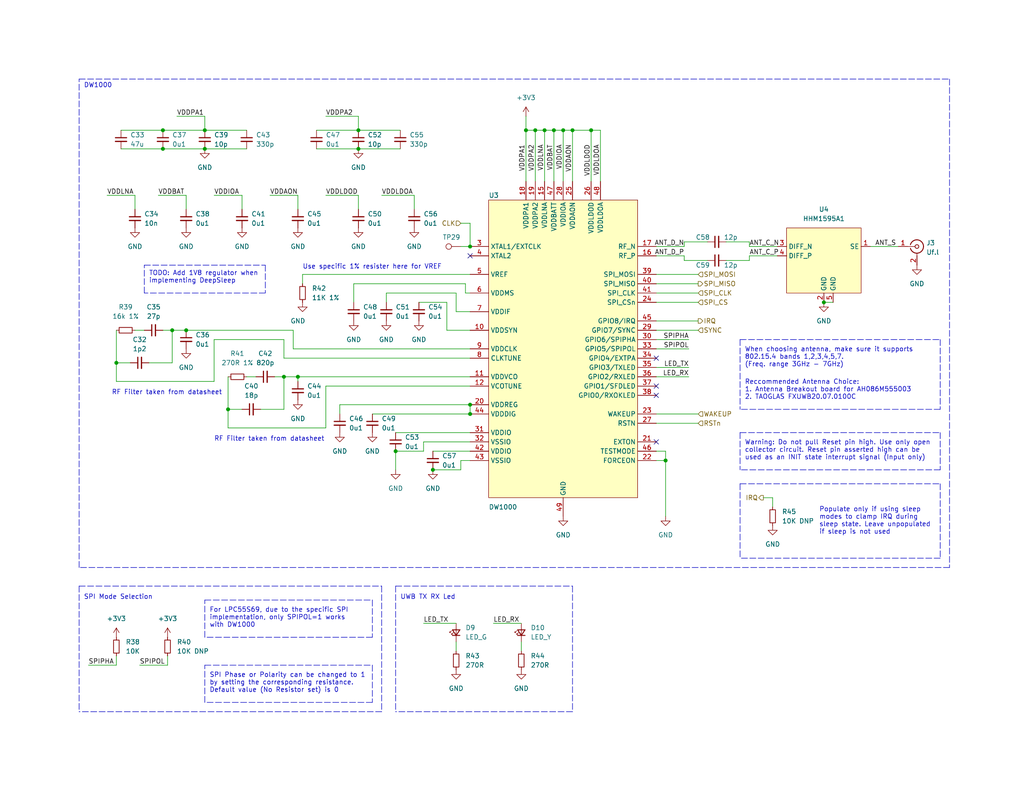
<source format=kicad_sch>
(kicad_sch (version 20231120) (generator "eeschema") (generator_version "8.0")
  (paper "USLetter")
  (title_block (title "ReLoki - UWB Subsystem") (date "2022-11-09") (rev "0.2.0") (company "George Mason University"))
  (lib_symbols
    (symbol "Connector:Conn_Coaxial" (pin_names (offset 1.016) hide)
      (property "Reference" "J" (at 0.254 3.048 0))
      (property "Value" "Conn_Coaxial" (at 2.921 0 90))
      (symbol "Conn_Coaxial_0_1"
        (arc (start -1.778 -0.508) (mid 0.2311 -1.8066) (end 1.778 0) (stroke (width 0.254)))
        (polyline (pts (xy -2.54 0) (xy -0.508 0)))
        (polyline (pts (xy 0 -2.54) (xy 0 -1.778)))
        (circle (center 0 0) (radius 0.508) (stroke (width 0.2032)))
        (arc (start 1.778 0) (mid 0.2099 1.8101) (end -1.778 0.508) (stroke (width 0.254)))
      )
      (symbol "Conn_Coaxial_1_1"
        (pin passive line (at -5.08 0 0) (length 2.54) (name "In") (number "1"))
        (pin passive line (at 0 -5.08 90) (length 2.54) (name "Ext") (number "2"))
      )
    )
    (symbol "Connector:TestPoint" (pin_numbers hide) (pin_names (offset 0.762) hide)
      (property "Reference" "TP" (at 0 6.858 0))
      (property "Value" "TestPoint" (at 0 5.08 0))
      (symbol "TestPoint_0_1"
        (circle (center 0 3.302) (radius 0.762))
      )
      (symbol "TestPoint_1_1"
        (pin passive line (at 0 0 90) (length 2.54) (name "1") (number "1"))
      )
    )
    (symbol "Device:C_Small" (pin_numbers hide) (pin_names (offset 0.254) hide)
      (property "Reference" "C" (at 0.254 1.778 0))
      (property "Value" "C_Small" (at 0.254 -2.032 0))
      (symbol "C_Small_0_1"
        (polyline (pts (xy -1.524 -0.508) (xy 1.524 -0.508)) (stroke (width 0.3302)))
        (polyline (pts (xy -1.524 0.508) (xy 1.524 0.508)) (stroke (width 0.3048)))
      )
      (symbol "C_Small_1_1"
        (pin passive line (at 0 2.54 270) (length 2.032) (name "~") (number "1"))
        (pin passive line (at 0 -2.54 90) (length 2.032) (name "~") (number "2"))
      )
    )
    (symbol "Device:LED_Small" (pin_numbers hide) (pin_names (offset 0.254) hide)
      (property "Reference" "D" (at -1.27 3.175 0))
      (property "Value" "LED_Small" (at -4.445 -2.54 0))
      (symbol "LED_Small_0_1"
        (polyline (pts (xy -0.762 -1.016) (xy -0.762 1.016)) (stroke (width 0.254)))
        (polyline (pts (xy 1.016 0) (xy -0.762 0)))
        (polyline (pts (xy 0.762 -1.016) (xy -0.762 0) (xy 0.762 1.016) (xy 0.762 -1.016)) (stroke (width 0.254)))
        (polyline (pts (xy 0 0.762) (xy -0.508 1.27) (xy -0.254 1.27) (xy -0.508 1.27) (xy -0.508 1.016)))
        (polyline (pts (xy 0.508 1.27) (xy 0 1.778) (xy 0.254 1.778) (xy 0 1.778) (xy 0 1.524)))
      )
      (symbol "LED_Small_1_1"
        (pin passive line (at -2.54 0 0) (length 1.778) (name "K") (number "1"))
        (pin passive line (at 2.54 0 180) (length 1.778) (name "A") (number "2"))
      )
    )
    (symbol "Device:R_Small" (pin_numbers hide) (pin_names (offset 0.254) hide)
      (property "Reference" "R" (at 0.762 0.508 0))
      (property "Value" "R_Small" (at 0.762 -1.016 0))
      (symbol "R_Small_0_1"
        (rectangle (start -0.762 1.778) (end 0.762 -1.778) (stroke (width 0.2032)))
      )
      (symbol "R_Small_1_1"
        (pin passive line (at 0 2.54 270) (length 0.762) (name "~") (number "1"))
        (pin passive line (at 0 -2.54 90) (length 0.762) (name "~") (number "2"))
      )
    )
    (symbol "RF_Module_U:DW1000"
      (property "Reference" "U" (at 0 58.42 0))
      (property "Value" "DW1000" (at 0 55.88 0))
      (symbol "DW1000_0_1"
        (rectangle (start -20.32 40.64) (end 20.32 -40.64) (fill (type background)))
      )
      (symbol "DW1000_1_1"
        (pin no_connect line (at -2.54 -25.4 180) (length 5.08) hide (name "NC") (number "1"))
        (pin input line (at -25.4 5.08 0) (length 5.08) (name "VDDSYN") (number "10"))
        (pin output line (at -25.4 -7.62 0) (length 5.08) (name "VDDVCO") (number "11"))
        (pin input line (at -25.4 -10.16 0) (length 5.08) (name "VCOTUNE") (number "12"))
        (pin no_connect line (at -2.54 -30.48 180) (length 5.08) hide (name "NC") (number "13"))
        (pin no_connect line (at -2.54 -33.02 180) (length 5.08) hide (name "NC") (number "14"))
        (pin power_in line (at -5.08 45.72 270) (length 5.08) (name "VDDLNA") (number "15"))
        (pin bidirectional line (at 25.4 25.4 180) (length 5.08) (name "RF_P") (number "16"))
        (pin bidirectional line (at 25.4 27.94 180) (length 5.08) (name "RF_N") (number "17"))
        (pin power_in line (at -10.16 45.72 270) (length 5.08) (name "VDDPA1") (number "18"))
        (pin power_in line (at -7.62 45.72 270) (length 5.08) (name "VDDPA2") (number "19"))
        (pin no_connect line (at -2.54 -27.94 180) (length 5.08) hide (name "NC") (number "2"))
        (pin output line (at -25.4 -15.24 0) (length 5.08) (name "VDDREG") (number "20"))
        (pin output line (at 25.4 -25.4 180) (length 5.08) (name "EXTON") (number "21"))
        (pin input line (at 25.4 -30.48 180) (length 5.08) (name "FORCEON") (number "22"))
        (pin input line (at 25.4 -17.78 180) (length 5.08) (name "WAKEUP") (number "23"))
        (pin input line (at 25.4 12.7 180) (length 5.08) (name "SPI_CSn") (number "24"))
        (pin power_in line (at 2.54 45.72 270) (length 5.08) (name "VDDAON") (number "25"))
        (pin power_in line (at 7.62 45.72 270) (length 5.08) (name "VDDLDOD") (number "26"))
        (pin input line (at 25.4 -20.32 180) (length 5.08) (name "RSTN") (number "27"))
        (pin power_in line (at 0 45.72 270) (length 5.08) (name "VDDIOA") (number "28"))
        (pin bidirectional line (at 25.4 5.08 180) (length 5.08) (name "GPIO7/SYNC") (number "29"))
        (pin input line (at -25.4 27.94 0) (length 5.08) (name "XTAL1/EXTCLK") (number "3"))
        (pin bidirectional line (at 25.4 2.54 180) (length 5.08) (name "GPIO6/SPIPHA") (number "30"))
        (pin output line (at -25.4 -22.86 0) (length 5.08) (name "VDDIO") (number "31"))
        (pin output line (at -25.4 -25.4 0) (length 5.08) (name "VSSIO") (number "32"))
        (pin bidirectional line (at 25.4 0 180) (length 5.08) (name "GPIO5/SPIPOL") (number "33"))
        (pin bidirectional line (at 25.4 -2.54 180) (length 5.08) (name "GPIO4/EXTPA") (number "34"))
        (pin bidirectional line (at 25.4 -5.08 180) (length 5.08) (name "GPIO3/TXLED") (number "35"))
        (pin bidirectional line (at 25.4 -7.62 180) (length 5.08) (name "GPIO2/RXLED") (number "36"))
        (pin bidirectional line (at 25.4 -10.16 180) (length 5.08) (name "GPIO1/SFDLED") (number "37"))
        (pin bidirectional line (at 25.4 -12.7 180) (length 5.08) (name "GPIO0/RXOKLED") (number "38"))
        (pin input line (at 25.4 20.32 180) (length 5.08) (name "SPI_MOSI") (number "39"))
        (pin input line (at -25.4 25.4 0) (length 5.08) (name "XTAL2") (number "4"))
        (pin output line (at 25.4 17.78 180) (length 5.08) (name "SPI_MISO") (number "40"))
        (pin input line (at 25.4 15.24 180) (length 5.08) (name "SPI_CLK") (number "41"))
        (pin output line (at -25.4 -27.94 0) (length 5.08) (name "VDDIO") (number "42"))
        (pin output line (at -25.4 -30.48 0) (length 5.08) (name "VSSIO") (number "43"))
        (pin output line (at -25.4 -17.78 0) (length 5.08) (name "VDDDIG") (number "44"))
        (pin bidirectional line (at 25.4 7.62 180) (length 5.08) (name "GPIO8/IRQ") (number "45"))
        (pin input line (at 25.4 -27.94 180) (length 5.08) (name "TESTMODE") (number "46"))
        (pin power_in line (at -2.54 45.72 270) (length 5.08) (name "VDDBATT") (number "47"))
        (pin power_in line (at 10.16 45.72 270) (length 5.08) (name "VDDLDOA") (number "48"))
        (pin power_in line (at 0 -45.72 90) (length 5.08) (name "GND") (number "49"))
        (pin input line (at -25.4 20.32 0) (length 5.08) (name "VREF") (number "5"))
        (pin input line (at -25.4 15.24 0) (length 5.08) (name "VDDMS") (number "6"))
        (pin input line (at -25.4 10.16 0) (length 5.08) (name "VDDIF") (number "7"))
        (pin input line (at -25.4 -2.54 0) (length 5.08) (name "CLKTUNE") (number "8"))
        (pin output line (at -25.4 0 0) (length 5.08) (name "VDDCLK") (number "9"))
      )
    )
    (symbol "RF_U:HHM1595A1"
      (property "Reference" "U" (at 0 10.16 0))
      (property "Value" "HHM1595A1" (at 0 7.62 0))
      (symbol "HHM1595A1_0_1"
        (rectangle (start -10.16 5.08) (end 10.16 -12.7) (fill (type background)))
      )
      (symbol "HHM1595A1_1_1"
        (pin bidirectional line (at 12.7 0 180) (length 2.54) (name "SE") (number "1"))
        (pin power_in line (at 0 -15.24 90) (length 2.54) (name "GND") (number "2"))
        (pin bidirectional line (at -12.7 0 0) (length 2.54) (name "DIFF_N") (number "3"))
        (pin input line (at -12.7 -2.54 0) (length 2.54) (name "DIFF_P") (number "4"))
        (pin power_in line (at 2.54 -15.24 90) (length 2.54) (name "GND") (number "5"))
        (pin no_connect line (at 10.16 -2.54 180) (length 2.54) hide (name "NC") (number "6"))
      )
    )
    (symbol "power:+3V3" (power) (pin_names (offset 0))
      (property "Value" "+3V3" (at 0 3.556 0))
      (symbol "+3V3_0_1"
        (polyline (pts (xy -0.762 1.27) (xy 0 2.54)))
        (polyline (pts (xy 0 0) (xy 0 2.54)))
        (polyline (pts (xy 0 2.54) (xy 0.762 1.27)))
      )
      (symbol "+3V3_1_1"
        (pin power_in line (at 0 0 90) (length 0) hide (name "+3V3") (number "1"))
      )
    )
    (symbol "power:GND" (power) (pin_names (offset 0))
      (property "Value" "GND" (at 0 -3.81 0))
      (symbol "GND_0_1"
        (polyline (pts (xy 0 0) (xy 0 -1.27) (xy 1.27 -1.27) (xy 0 -2.54) (xy -1.27 -1.27) (xy 0 -1.27)))
      )
      (symbol "GND_1_1"
        (pin power_in line (at 0 0 270) (length 0) hide (name "GND") (number "1"))
      )
    )
  )
  (junction (at 128.27 67.31))
  (junction (at 81.28 102.87))
  (junction (at 181.61 125.73))
  (junction (at 156.21 35.56))
  (junction (at 44.45 35.56))
  (junction (at 77.47 102.87))
  (junction (at 31.75 99.06))
  (junction (at 107.95 123.19))
  (junction (at 128.27 110.49))
  (junction (at 97.79 35.56))
  (junction (at 143.51 35.56))
  (junction (at 62.23 111.76))
  (junction (at 55.88 40.64))
  (junction (at 128.27 113.03))
  (junction (at 148.59 35.56))
  (junction (at 161.29 35.56))
  (junction (at 153.67 35.56))
  (junction (at 55.88 35.56))
  (junction (at 46.99 90.17))
  (junction (at 97.79 40.64))
  (junction (at 50.8 90.17))
  (junction (at 44.45 40.64))
  (junction (at 151.13 35.56))
  (junction (at 118.11 128.27))
  (junction (at 224.79 82.55))
  (junction (at 146.05 35.56))
  (no_connect (at 179.07 107.95))
  (no_connect (at 179.07 105.41))
  (no_connect (at 179.07 97.79))
  (no_connect (at 179.07 120.65))
  (no_connect (at 128.27 69.85))
  (wire (pts (xy 80.01 90.17) (xy 50.8 90.17)))
  (wire (pts (xy 128.27 105.41) (xy 88.9 105.41)))
  (wire (pts (xy 179.07 80.01) (xy 190.5 80.01)))
  (wire (pts (xy 113.03 53.34) (xy 113.03 57.15)))
  (wire (pts (xy 128.27 125.73) (xy 125.73 125.73)))
  (wire (pts (xy 66.04 53.34) (xy 66.04 57.15)))
  (wire (pts (xy 81.28 53.34) (xy 81.28 57.15)))
  (wire (pts (xy 124.46 175.26) (xy 124.46 177.8)))
  (wire (pts (xy 62.23 111.76) (xy 66.04 111.76)))
  (wire (pts (xy 115.57 120.65) (xy 115.57 123.19)))
  (wire (pts (xy 36.83 53.34) (xy 36.83 57.15)))
  (wire (pts (xy 128.27 97.79) (xy 77.47 97.79)))
  (polyline (pts (xy 201.93 118.11) (xy 256.54 118.11)) (stroke (width 0) (type dash)))
  (wire (pts (xy 58.42 92.71) (xy 58.42 104.14)))
  (wire (pts (xy 86.36 35.56) (xy 97.79 35.56)))
  (wire (pts (xy 118.11 123.19) (xy 128.27 123.19)))
  (wire (pts (xy 55.88 40.64) (xy 67.31 40.64)))
  (polyline (pts (xy 256.54 118.11) (xy 256.54 128.27)) (stroke (width 0) (type dash)))
  (polyline (pts (xy 55.88 163.83) (xy 101.6 163.83)) (stroke (width 0) (type dash)))
  (wire (pts (xy 44.45 40.64) (xy 55.88 40.64)))
  (wire (pts (xy 224.79 82.55) (xy 227.33 82.55)))
  (wire (pts (xy 179.07 92.71) (xy 187.96 92.71)))
  (wire (pts (xy 62.23 102.87) (xy 62.23 111.76)))
  (wire (pts (xy 128.27 120.65) (xy 115.57 120.65)))
  (wire (pts (xy 161.29 35.56) (xy 161.29 49.53)))
  (wire (pts (xy 77.47 92.71) (xy 58.42 92.71)))
  (wire (pts (xy 128.27 74.93) (xy 82.55 74.93)))
  (wire (pts (xy 190.5 90.17) (xy 179.07 90.17)))
  (polyline (pts (xy 256.54 111.76) (xy 201.93 111.76)) (stroke (width 0) (type dash)))
  (polyline (pts (xy 55.88 191.77) (xy 55.88 181.61)) (stroke (width 0) (type dash)))
  (wire (pts (xy 179.07 77.47) (xy 190.5 77.47)))
  (wire (pts (xy 181.61 123.19) (xy 181.61 125.73)))
  (wire (pts (xy 179.07 125.73) (xy 181.61 125.73)))
  (wire (pts (xy 115.57 123.19) (xy 107.95 123.19)))
  (polyline (pts (xy 201.93 118.11) (xy 201.93 128.27)) (stroke (width 0) (type dash)))
  (wire (pts (xy 96.52 77.47) (xy 127 77.47)))
  (polyline (pts (xy 256.54 128.27) (xy 201.93 128.27)) (stroke (width 0) (type dash)))
  (wire (pts (xy 186.69 71.12) (xy 193.04 71.12)))
  (wire (pts (xy 204.47 67.31) (xy 212.09 67.31)))
  (wire (pts (xy 125.73 67.31) (xy 128.27 67.31)))
  (wire (pts (xy 58.42 53.34) (xy 66.04 53.34)))
  (wire (pts (xy 125.73 125.73) (xy 125.73 128.27)))
  (wire (pts (xy 33.02 35.56) (xy 44.45 35.56)))
  (wire (pts (xy 186.69 69.85) (xy 186.69 71.12)))
  (wire (pts (xy 128.27 110.49) (xy 128.27 113.03)))
  (wire (pts (xy 86.36 40.64) (xy 97.79 40.64)))
  (wire (pts (xy 92.71 110.49) (xy 92.71 113.03)))
  (wire (pts (xy 24.13 181.61) (xy 31.75 181.61)))
  (wire (pts (xy 105.41 80.01) (xy 124.46 80.01)))
  (wire (pts (xy 77.47 111.76) (xy 77.47 102.87)))
  (wire (pts (xy 128.27 85.09) (xy 124.46 85.09)))
  (wire (pts (xy 33.02 40.64) (xy 44.45 40.64)))
  (wire (pts (xy 73.66 53.34) (xy 81.28 53.34)))
  (wire (pts (xy 36.83 90.17) (xy 39.37 90.17)))
  (polyline (pts (xy 21.59 160.02) (xy 21.59 194.31)) (stroke (width 0) (type dash)))
  (wire (pts (xy 50.8 53.34) (xy 50.8 57.15)))
  (polyline (pts (xy 72.39 72.39) (xy 72.39 80.01)) (stroke (width 0) (type dash)))
  (wire (pts (xy 67.31 102.87) (xy 69.85 102.87)))
  (wire (pts (xy 43.18 53.34) (xy 50.8 53.34)))
  (wire (pts (xy 186.69 67.31) (xy 186.69 66.04)))
  (wire (pts (xy 146.05 35.56) (xy 143.51 35.56)))
  (wire (pts (xy 153.67 35.56) (xy 151.13 35.56)))
  (wire (pts (xy 81.28 102.87) (xy 128.27 102.87)))
  (polyline (pts (xy 101.6 163.83) (xy 101.6 173.99)) (stroke (width 0) (type dash)))
  (wire (pts (xy 198.12 71.12) (xy 204.47 71.12)))
  (wire (pts (xy 163.83 35.56) (xy 163.83 49.53)))
  (wire (pts (xy 179.07 82.55) (xy 190.5 82.55)))
  (wire (pts (xy 128.27 90.17) (xy 121.92 90.17)))
  (wire (pts (xy 148.59 49.53) (xy 148.59 35.56)))
  (wire (pts (xy 81.28 102.87) (xy 81.28 104.14)))
  (wire (pts (xy 245.11 67.31) (xy 237.49 67.31)))
  (wire (pts (xy 181.61 125.73) (xy 181.61 140.97)))
  (wire (pts (xy 45.72 181.61) (xy 45.72 179.07)))
  (wire (pts (xy 44.45 90.17) (xy 46.99 90.17)))
  (polyline (pts (xy 39.37 72.39) (xy 72.39 72.39)) (stroke (width 0) (type dash)))
  (wire (pts (xy 88.9 31.75) (xy 97.79 31.75)))
  (polyline (pts (xy 201.93 92.71) (xy 256.54 92.71)) (stroke (width 0) (type dash)))
  (wire (pts (xy 58.42 104.14) (xy 31.75 104.14)))
  (wire (pts (xy 46.99 99.06) (xy 46.99 90.17)))
  (wire (pts (xy 128.27 110.49) (xy 92.71 110.49)))
  (polyline (pts (xy 259.08 154.94) (xy 21.59 154.94)) (stroke (width 0) (type dash)))
  (wire (pts (xy 97.79 31.75) (xy 97.79 35.56)))
  (polyline (pts (xy 101.6 181.61) (xy 101.6 191.77)) (stroke (width 0) (type dash)))
  (wire (pts (xy 179.07 100.33) (xy 187.96 100.33)))
  (wire (pts (xy 143.51 31.75) (xy 143.51 35.56)))
  (polyline (pts (xy 259.08 21.59) (xy 259.08 154.94)) (stroke (width 0) (type dash)))
  (polyline (pts (xy 21.59 160.02) (xy 104.14 160.02)) (stroke (width 0) (type dash)))
  (wire (pts (xy 77.47 97.79) (xy 77.47 92.71)))
  (polyline (pts (xy 201.93 132.08) (xy 201.93 152.4)) (stroke (width 0) (type dash)))
  (wire (pts (xy 31.75 181.61) (xy 31.75 179.07)))
  (wire (pts (xy 124.46 80.01) (xy 124.46 85.09)))
  (wire (pts (xy 156.21 35.56) (xy 161.29 35.56)))
  (polyline (pts (xy 55.88 181.61) (xy 101.6 181.61)) (stroke (width 0) (type dash)))
  (wire (pts (xy 62.23 116.84) (xy 62.23 111.76)))
  (wire (pts (xy 74.93 102.87) (xy 77.47 102.87)))
  (wire (pts (xy 104.14 53.34) (xy 113.03 53.34)))
  (polyline (pts (xy 101.6 173.99) (xy 55.88 173.99)) (stroke (width 0) (type dash)))
  (polyline (pts (xy 107.95 160.02) (xy 107.95 194.31)) (stroke (width 0) (type dash)))
  (polyline (pts (xy 156.21 160.02) (xy 156.21 194.31)) (stroke (width 0) (type dash)))
  (wire (pts (xy 88.9 105.41) (xy 88.9 116.84)))
  (wire (pts (xy 107.95 123.19) (xy 107.95 128.27)))
  (wire (pts (xy 121.92 90.17) (xy 121.92 82.55)))
  (wire (pts (xy 198.12 66.04) (xy 204.47 66.04)))
  (polyline (pts (xy 256.54 132.08) (xy 256.54 152.4)) (stroke (width 0) (type dash)))
  (wire (pts (xy 179.07 67.31) (xy 186.69 67.31)))
  (wire (pts (xy 105.41 80.01) (xy 105.41 82.55)))
  (wire (pts (xy 179.07 123.19) (xy 181.61 123.19)))
  (wire (pts (xy 31.75 104.14) (xy 31.75 99.06)))
  (polyline (pts (xy 201.93 132.08) (xy 256.54 132.08)) (stroke (width 0) (type dash)))
  (wire (pts (xy 38.1 181.61) (xy 45.72 181.61)))
  (wire (pts (xy 179.07 69.85) (xy 186.69 69.85)))
  (wire (pts (xy 179.07 113.03) (xy 190.5 113.03)))
  (polyline (pts (xy 55.88 173.99) (xy 55.88 163.83)) (stroke (width 0) (type dash)))
  (wire (pts (xy 156.21 35.56) (xy 153.67 35.56)))
  (polyline (pts (xy 156.21 194.31) (xy 107.95 194.31)) (stroke (width 0) (type dash)))
  (polyline (pts (xy 39.37 80.01) (xy 39.37 72.39)) (stroke (width 0) (type dash)))
  (polyline (pts (xy 256.54 152.4) (xy 201.93 152.4)) (stroke (width 0) (type dash)))
  (wire (pts (xy 121.92 82.55) (xy 114.3 82.55)))
  (wire (pts (xy 208.28 135.89) (xy 210.82 135.89)))
  (wire (pts (xy 71.12 111.76) (xy 77.47 111.76)))
  (polyline (pts (xy 104.14 160.02) (xy 104.14 194.31)) (stroke (width 0) (type dash)))
  (polyline (pts (xy 21.59 21.59) (xy 259.08 21.59)) (stroke (width 0) (type dash)))
  (wire (pts (xy 127 77.47) (xy 127 80.01)))
  (polyline (pts (xy 21.59 154.94) (xy 21.59 21.59)) (stroke (width 0) (type dash)))
  (wire (pts (xy 151.13 35.56) (xy 148.59 35.56)))
  (wire (pts (xy 125.73 60.96) (xy 128.27 60.96)))
  (wire (pts (xy 29.21 53.34) (xy 36.83 53.34)))
  (wire (pts (xy 179.07 74.93) (xy 190.5 74.93)))
  (polyline (pts (xy 107.95 160.02) (xy 156.21 160.02)) (stroke (width 0) (type dash)))
  (polyline (pts (xy 256.54 92.71) (xy 256.54 111.76)) (stroke (width 0) (type dash)))
  (wire (pts (xy 143.51 35.56) (xy 143.51 49.53)))
  (wire (pts (xy 55.88 31.75) (xy 55.88 35.56)))
  (wire (pts (xy 151.13 49.53) (xy 151.13 35.56)))
  (wire (pts (xy 210.82 135.89) (xy 210.82 138.43)))
  (wire (pts (xy 82.55 74.93) (xy 82.55 77.47)))
  (wire (pts (xy 48.26 31.75) (xy 55.88 31.75)))
  (wire (pts (xy 190.5 87.63) (xy 179.07 87.63)))
  (wire (pts (xy 161.29 35.56) (xy 163.83 35.56)))
  (polyline (pts (xy 104.14 194.31) (xy 21.59 194.31)) (stroke (width 0) (type dash)))
  (wire (pts (xy 179.07 102.87) (xy 187.96 102.87)))
  (wire (pts (xy 153.67 49.53) (xy 153.67 35.56)))
  (wire (pts (xy 127 80.01) (xy 128.27 80.01)))
  (wire (pts (xy 142.24 175.26) (xy 142.24 177.8)))
  (wire (pts (xy 125.73 128.27) (xy 118.11 128.27)))
  (wire (pts (xy 204.47 69.85) (xy 212.09 69.85)))
  (wire (pts (xy 128.27 60.96) (xy 128.27 67.31)))
  (polyline (pts (xy 72.39 80.01) (xy 39.37 80.01)) (stroke (width 0) (type dash)))
  (wire (pts (xy 40.64 99.06) (xy 46.99 99.06)))
  (polyline (pts (xy 101.6 191.77) (xy 55.88 191.77)) (stroke (width 0) (type dash)))
  (wire (pts (xy 156.21 49.53) (xy 156.21 35.56)))
  (wire (pts (xy 148.59 35.56) (xy 146.05 35.56)))
  (wire (pts (xy 44.45 35.56) (xy 55.88 35.56)))
  (wire (pts (xy 179.07 115.57) (xy 190.5 115.57)))
  (wire (pts (xy 146.05 49.53) (xy 146.05 35.56)))
  (wire (pts (xy 96.52 77.47) (xy 96.52 82.55)))
  (wire (pts (xy 88.9 116.84) (xy 62.23 116.84)))
  (wire (pts (xy 128.27 95.25) (xy 80.01 95.25)))
  (wire (pts (xy 204.47 71.12) (xy 204.47 69.85)))
  (wire (pts (xy 115.57 170.18) (xy 124.46 170.18)))
  (wire (pts (xy 31.75 99.06) (xy 35.56 99.06)))
  (wire (pts (xy 97.79 35.56) (xy 109.22 35.56)))
  (polyline (pts (xy 201.93 92.71) (xy 201.93 111.76)) (stroke (width 0) (type dash)))
  (wire (pts (xy 55.88 35.56) (xy 67.31 35.56)))
  (wire (pts (xy 77.47 102.87) (xy 81.28 102.87)))
  (wire (pts (xy 80.01 95.25) (xy 80.01 90.17)))
  (wire (pts (xy 88.9 53.34) (xy 97.79 53.34)))
  (wire (pts (xy 97.79 53.34) (xy 97.79 57.15)))
  (wire (pts (xy 31.75 90.17) (xy 31.75 99.06)))
  (wire (pts (xy 101.6 113.03) (xy 128.27 113.03)))
  (wire (pts (xy 186.69 66.04) (xy 193.04 66.04)))
  (wire (pts (xy 179.07 95.25) (xy 187.96 95.25)))
  (wire (pts (xy 204.47 66.04) (xy 204.47 67.31)))
  (wire (pts (xy 134.62 170.18) (xy 142.24 170.18)))
  (wire (pts (xy 97.79 40.64) (xy 109.22 40.64)))
  (wire (pts (xy 107.95 118.11) (xy 128.27 118.11)))
  (wire (pts (xy 50.8 90.17) (xy 46.99 90.17)))
  (text "Use specific 1% resister here for VREF" (at 82.55 73.66 0) (effects (font (size 1.27 1.27)) (justify left bottom)))
  (text "RF Filter taken from datasheet" (at 30.48 107.95 0) (effects (font (size 1.27 1.27)) (justify left bottom)))
  (text "DW1000" (at 22.86 24.13 0) (effects (font (size 1.27 1.27)) (justify left bottom)))
  (text "RF Filter taken from datasheet" (at 58.42 120.65 0) (effects (font (size 1.27 1.27)) (justify left bottom)))
  (text "When choosing antenna, make sure it supports \n802.15.4 bands 1,2,3,4,5,7. \n(Freq. range 3GHz - 7GHz)" (at 203.2 100.33 0) (effects (font (size 1.27 1.27)) (justify left bottom)))
  (text "UWB TX RX Led" (at 109.22 163.83 0) (effects (font (size 1.27 1.27)) (justify left bottom)))
  (text "Reccommended Antenna Choice:\n1. Antenna Breakout board for AH086M555003\n2. TAOGLAS FXUWB20.07.0100C" (at 203.2 109.22 0) (effects (font (size 1.27 1.27)) (justify left bottom)))
  (text "SPI Phase or Polarity can be changed to 1 \nby setting the corresponding resistance.\nDefault value (No Resistor set) is 0" (at 57.15 189.23 0) (effects (font (size 1.27 1.27)) (justify left bottom)))
  (text "Populate only if using sleep \nmodes to clamp IRQ during \nsleep state. Leave unpopulated \nif sleep is not used" (at 223.52 146.05 0) (effects (font (size 1.27 1.27)) (justify left bottom)))
  (text "SPI Mode Selection" (at 22.86 163.83 0) (effects (font (size 1.27 1.27)) (justify left bottom)))
  (text "For LPC55S69, due to the specific SPI\nimplementation, only SPIPOL=1 works \nwith DW1000" (at 57.15 171.45 0) (effects (font (size 1.27 1.27)) (justify left bottom)))
  (text "Warning: Do not pull Reset pin high. Use only open \ncollector circuit. Reset pin asserted high can be \nused as an INIT state interrupt signal (Input only)" (at 203.2 125.73 0) (effects (font (size 1.27 1.27)) (justify left bottom)))
  (text "TODO: Add 1V8 regulator when \nimplementing DeepSleep" (at 40.64 77.47 0) (effects (font (size 1.27 1.27)) (justify left bottom)))
  (label "SPIPHA" (at 187.96 92.71 180))
  (label "ANT_D_P" (at 186.69 69.85 180))
  (label "SPIPOL" (at 187.96 95.25 180))
  (label "VDDLDOD" (at 161.29 39.37 270))
  (label "VDDLDOD" (at 88.9 53.34 0))
  (label "ANT_C_N" (at 204.47 67.31 0))
  (label "VDDIOA" (at 153.67 39.37 270))
  (label "LED_TX" (at 187.96 100.33 180))
  (label "LED_RX" (at 134.62 170.18 0))
  (label "VDDIOA" (at 58.42 53.34 0))
  (label "ANT_C_P" (at 204.47 69.85 0))
  (label "VDDBAT" (at 43.18 53.34 0))
  (label "VDDLNA" (at 148.59 39.37 270))
  (label "LED_RX" (at 187.96 102.87 180))
  (label "VDDPA1" (at 143.51 39.37 270))
  (label "VDDAON" (at 73.66 53.34 0))
  (label "VDDLDOA" (at 104.14 53.34 0))
  (label "VDDLDOA" (at 163.83 39.37 270))
  (label "SPIPHA" (at 24.13 181.61 0))
  (label "VDDLNA" (at 29.21 53.34 0))
  (label "VDDBAT" (at 151.13 39.37 270))
  (label "VDDPA1" (at 48.26 31.75 0))
  (label "LED_TX" (at 115.57 170.18 0))
  (label "VDDPA2" (at 88.9 31.75 0))
  (label "ANT_D_N" (at 186.69 67.31 180))
  (label "VDDAON" (at 156.21 39.37 270))
  (label "VDDPA2" (at 146.05 39.37 270))
  (label "ANT_S" (at 238.76 67.31 0))
  (label "SPIPOL" (at 38.1 181.61 0))
  (hierarchical_label "SPI_CS" (shape input) (at 190.5 82.55 0))
  (hierarchical_label "IRQ" (shape output) (at 190.5 87.63 0))
  (hierarchical_label "SPI_MISO" (shape output) (at 190.5 77.47 0))
  (hierarchical_label "SPI_MOSI" (shape input) (at 190.5 74.93 0))
  (hierarchical_label "WAKEUP" (shape input) (at 190.5 113.03 0))
  (hierarchical_label "RSTn" (shape input) (at 190.5 115.57 0))
  (hierarchical_label "CLK" (shape input) (at 125.73 60.96 180))
  (hierarchical_label "SYNC" (shape input) (at 190.5 90.17 0))
  (hierarchical_label "IRQ" (shape output) (at 208.28 135.89 180))
  (hierarchical_label "SPI_CLK" (shape input) (at 190.5 80.01 0))
  (symbol (lib_id "Device:R_Small") (at 142.24 180.34 0) (unit 1)
    (property "Reference" "R44" (at 144.78 179.0699 0) (effects (justify left)))
    (property "Value" "270R" (at 144.78 181.6099 0) (effects (justify left)))
    (property "Footprint" "Resistor_SMD:R_0402_1005Metric" (effects (hide yes)))
    (instances (project "ReLoki_ECAD" (path "" (reference "R44") (unit 1)) (path "" (reference "R52") (unit 1)) (path "" (reference "R60") (unit 1)) (path "" (reference "R68") (unit 1))))
  )
  (symbol (lib_id "power:GND") (at 55.88 40.64 0) (unit 1)
    (property "Reference" "#PWR057" (effects (hide yes)))
    (property "Value" "GND" (at 55.88 45.72 0))
    (instances (project "ReLoki_ECAD" (path "" (reference "#PWR057") (unit 1)) (path "" (reference "#PWR085") (unit 1)) (path "" (reference "#PWR0113") (unit 1)) (path "" (reference "#PWR0141") (unit 1))))
  )
  (symbol (lib_id "Device:R_Small") (at 210.82 140.97 0) (unit 1)
    (property "Reference" "R45" (at 213.36 139.6999 0) (effects (justify left)))
    (property "Value" "10K DNP" (at 213.36 142.2399 0) (effects (justify left)))
    (property "Footprint" "Resistor_SMD:R_0402_1005Metric" (effects (hide yes)))
    (instances (project "ReLoki_ECAD" (path "" (reference "R45") (unit 1)) (path "" (reference "R53") (unit 1)) (path "" (reference "R61") (unit 1)) (path "" (reference "R69") (unit 1))))
  )
  (symbol (lib_id "power:GND") (at 50.8 95.25 0) (unit 1)
    (property "Reference" "#PWR055" (effects (hide yes)))
    (property "Value" "GND" (at 50.8 100.33 0))
    (instances (project "ReLoki_ECAD" (path "" (reference "#PWR055") (unit 1)) (path "" (reference "#PWR083") (unit 1)) (path "" (reference "#PWR0111") (unit 1)) (path "" (reference "#PWR0139") (unit 1))))
  )
  (symbol (lib_id "power:GND") (at 210.82 143.51 0) (unit 1)
    (property "Reference" "#PWR077" (effects (hide yes)))
    (property "Value" "GND" (at 210.82 148.59 0))
    (instances (project "ReLoki_ECAD" (path "" (reference "#PWR077") (unit 1)) (path "" (reference "#PWR0105") (unit 1)) (path "" (reference "#PWR0133") (unit 1)) (path "" (reference "#PWR0161") (unit 1))))
  )
  (symbol (lib_id "Device:C_Small") (at 107.95 120.65 0) (unit 1)
    (property "Reference" "C53" (at 110.49 119.3862 0) (effects (justify left)))
    (property "Value" "0u1" (at 110.49 121.9262 0) (effects (justify left)))
    (property "Footprint" "Capacitor_SMD:C_0402_1005Metric" (effects (hide yes)))
    (instances (project "ReLoki_ECAD" (path "" (reference "C53") (unit 1)) (path "" (reference "C81") (unit 1)) (path "" (reference "C109") (unit 1)) (path "" (reference "C137") (unit 1))))
  )
  (symbol (lib_id "Device:R_Small") (at 31.75 176.53 0) (unit 1)
    (property "Reference" "R38" (at 34.29 175.2599 0) (effects (justify left)))
    (property "Value" "10K" (at 34.29 177.7999 0) (effects (justify left)))
    (property "Footprint" "Resistor_SMD:R_0402_1005Metric" (effects (hide yes)))
    (instances (project "ReLoki_ECAD" (path "" (reference "R38") (unit 1)) (path "" (reference "R46") (unit 1)) (path "" (reference "R54") (unit 1)) (path "" (reference "R62") (unit 1))))
  )
  (symbol (lib_id "power:GND") (at 82.55 82.55 0) (unit 1)
    (property "Reference" "#PWR060" (effects (hide yes)))
    (property "Value" "GND" (at 81.28 87.63 0))
    (instances (project "ReLoki_ECAD" (path "" (reference "#PWR060") (unit 1)) (path "" (reference "#PWR088") (unit 1)) (path "" (reference "#PWR0116") (unit 1)) (path "" (reference "#PWR0144") (unit 1))))
  )
  (symbol (lib_id "power:GND") (at 153.67 140.97 0) (unit 1)
    (property "Reference" "#PWR075" (effects (hide yes)))
    (property "Value" "GND" (at 153.67 146.05 0))
    (instances (project "ReLoki_ECAD" (path "" (reference "#PWR075") (unit 1)) (path "" (reference "#PWR0103") (unit 1)) (path "" (reference "#PWR0131") (unit 1)) (path "" (reference "#PWR0159") (unit 1))))
  )
  (symbol (lib_id "Device:R_Small") (at 82.55 80.01 0) (unit 1)
    (property "Reference" "R42" (at 85.09 78.7399 0) (effects (justify left)))
    (property "Value" "11K 1%" (at 85.09 81.2799 0) (effects (justify left)))
    (property "Footprint" "Resistor_SMD:R_0402_1005Metric" (effects (hide yes)))
    (instances (project "ReLoki_ECAD" (path "" (reference "R42") (unit 1)) (path "" (reference "R50") (unit 1)) (path "" (reference "R58") (unit 1)) (path "" (reference "R66") (unit 1))))
  )
  (symbol (lib_id "Device:LED_Small") (at 142.24 172.72 90) (unit 1)
    (property "Reference" "D10" (at 144.78 171.3864 90) (effects (justify right)))
    (property "Value" "LED_Y" (at 144.78 173.9264 90) (effects (justify right)))
    (property "Footprint" "LED_SMD:LED_0603_1608Metric" (effects (hide yes)))
    (instances (project "ReLoki_ECAD" (path "" (reference "D10") (unit 1)) (path "" (reference "D12") (unit 1)) (path "" (reference "D14") (unit 1)) (path "" (reference "D16") (unit 1))))
  )
  (symbol (lib_id "power:GND") (at 50.8 62.23 0) (unit 1)
    (property "Reference" "#PWR056" (effects (hide yes)))
    (property "Value" "GND" (at 50.8 67.31 0))
    (instances (project "ReLoki_ECAD" (path "" (reference "#PWR056") (unit 1)) (path "" (reference "#PWR084") (unit 1)) (path "" (reference "#PWR0112") (unit 1)) (path "" (reference "#PWR0140") (unit 1))))
  )
  (symbol (lib_id "power:+3V3") (at 31.75 173.99 0) (unit 1)
    (property "Reference" "#PWR052" (effects (hide yes)))
    (property "Value" "+3V3" (at 31.75 168.91 0))
    (instances (project "ReLoki_ECAD" (path "" (reference "#PWR052") (unit 1)) (path "" (reference "#PWR080") (unit 1)) (path "" (reference "#PWR0108") (unit 1)) (path "" (reference "#PWR0136") (unit 1))))
  )
  (symbol (lib_id "Device:C_Small") (at 195.58 66.04 90) (unit 1)
    (property "Reference" "C58" (at 191.77 64.77 90))
    (property "Value" "12p" (at 199.39 64.77 90))
    (property "Footprint" "Capacitor_SMD:C_0402_1005Metric" (effects (hide yes)))
    (instances (project "ReLoki_ECAD" (path "" (reference "C58") (unit 1)) (path "" (reference "C86") (unit 1)) (path "" (reference "C114") (unit 1)) (path "" (reference "C142") (unit 1))))
  )
  (symbol (lib_id "Connector:Conn_Coaxial") (at 250.19 67.31 0) (unit 1)
    (property "Reference" "J3" (at 252.73 66.3331 0) (effects (justify left)))
    (property "Value" "Uf.l" (at 252.73 68.8731 0) (effects (justify left)))
    (property "Footprint" "Connector_Coaxial:U.FL_Hirose_U.FL-R-SMT-1_Vertical" (effects (hide yes)))
    (property "Datasheet" " ~" (effects (hide yes)))
    (instances (project "ReLoki_ECAD" (path "" (reference "J3") (unit 1)) (path "" (reference "J4") (unit 1)) (path "" (reference "J5") (unit 1)) (path "" (reference "J6") (unit 1))))
  )
  (symbol (lib_id "power:GND") (at 92.71 118.11 0) (unit 1)
    (property "Reference" "#PWR062" (effects (hide yes)))
    (property "Value" "GND" (at 92.71 123.19 0))
    (instances (project "ReLoki_ECAD" (path "" (reference "#PWR062") (unit 1)) (path "" (reference "#PWR090") (unit 1)) (path "" (reference "#PWR0118") (unit 1)) (path "" (reference "#PWR0146") (unit 1))))
  )
  (symbol (lib_id "Device:C_Small") (at 114.3 85.09 0) (unit 1)
    (property "Reference" "C54" (at 116.84 83.8262 0) (effects (justify left)))
    (property "Value" "0u1" (at 116.84 86.3662 0) (effects (justify left)))
    (property "Footprint" "Capacitor_SMD:C_0402_1005Metric" (effects (hide yes)))
    (instances (project "ReLoki_ECAD" (path "" (reference "C54") (unit 1)) (path "" (reference "C82") (unit 1)) (path "" (reference "C110") (unit 1)) (path "" (reference "C138") (unit 1))))
  )
  (symbol (lib_id "power:GND") (at 124.46 182.88 0) (unit 1)
    (property "Reference" "#PWR072" (effects (hide yes)))
    (property "Value" "GND" (at 124.46 187.96 0))
    (instances (project "ReLoki_ECAD" (path "" (reference "#PWR072") (unit 1)) (path "" (reference "#PWR0100") (unit 1)) (path "" (reference "#PWR0128") (unit 1)) (path "" (reference "#PWR0156") (unit 1))))
  )
  (symbol (lib_id "Device:LED_Small") (at 124.46 172.72 90) (unit 1)
    (property "Reference" "D9" (at 127 171.3864 90) (effects (justify right)))
    (property "Value" "LED_G" (at 127 173.9264 90) (effects (justify right)))
    (property "Footprint" "LED_SMD:LED_0603_1608Metric" (effects (hide yes)))
    (instances (project "ReLoki_ECAD" (path "" (reference "D9") (unit 1)) (path "" (reference "D11") (unit 1)) (path "" (reference "D13") (unit 1)) (path "" (reference "D15") (unit 1))))
  )
  (symbol (lib_id "Device:C_Small") (at 50.8 92.71 0) (unit 1)
    (property "Reference" "C36" (at 53.34 91.4462 0) (effects (justify left)))
    (property "Value" "0u1" (at 53.34 93.9862 0) (effects (justify left)))
    (property "Footprint" "Capacitor_SMD:C_0402_1005Metric" (effects (hide yes)))
    (instances (project "ReLoki_ECAD" (path "" (reference "C36") (unit 1)) (path "" (reference "C64") (unit 1)) (path "" (reference "C92") (unit 1)) (path "" (reference "C120") (unit 1))))
  )
  (symbol (lib_id "Device:C_Small") (at 92.71 115.57 0) (mirror y) (unit 1)
    (property "Reference" "C46" (at 95.25 114.3062 0) (effects (justify right)))
    (property "Value" "0u1" (at 95.25 116.8462 0) (effects (justify right)))
    (property "Footprint" "Capacitor_SMD:C_0402_1005Metric" (effects (hide yes)))
    (instances (project "ReLoki_ECAD" (path "" (reference "C46") (unit 1)) (path "" (reference "C74") (unit 1)) (path "" (reference "C102") (unit 1)) (path "" (reference "C130") (unit 1))))
  )
  (symbol (lib_id "Device:C_Small") (at 101.6 115.57 0) (mirror y) (unit 1)
    (property "Reference" "C49" (at 104.14 114.3062 0) (effects (justify right)))
    (property "Value" "0u1" (at 104.14 116.8462 0) (effects (justify right)))
    (property "Footprint" "Capacitor_SMD:C_0402_1005Metric" (effects (hide yes)))
    (instances (project "ReLoki_ECAD" (path "" (reference "C49") (unit 1)) (path "" (reference "C77") (unit 1)) (path "" (reference "C105") (unit 1)) (path "" (reference "C133") (unit 1))))
  )
  (symbol (lib_id "Device:R_Small") (at 34.29 90.17 90) (unit 1)
    (property "Reference" "R39" (at 34.29 83.82 90))
    (property "Value" "16k 1%" (at 34.29 86.36 90))
    (property "Footprint" "Resistor_SMD:R_0402_1005Metric" (effects (hide yes)))
    (instances (project "ReLoki_ECAD" (path "" (reference "R39") (unit 1)) (path "" (reference "R47") (unit 1)) (path "" (reference "R55") (unit 1)) (path "" (reference "R63") (unit 1))))
  )
  (symbol (lib_id "RF_Module_U:DW1000") (at 153.67 95.25 0) (unit 1)
    (property "Reference" "U3" (at 133.35 53.34 0) (effects (justify left)))
    (property "Value" "DW1000" (at 133.35 138.43 0) (effects (justify left)))
    (property "Footprint" "Package_DFN_QFN:QFN-48-1EP_6x6mm_P0.4mm_EP4.2x4.2mm_ThermalVias" (effects (hide yes)))
    (property "Datasheet" "https://www.qorvo.com/products/d/da007946" (effects (hide yes)))
    (instances (project "ReLoki_ECAD" (path "" (reference "U3") (unit 1)) (path "" (reference "U5") (unit 1)) (path "" (reference "U7") (unit 1)) (path "" (reference "U9") (unit 1))))
  )
  (symbol (lib_id "Device:C_Small") (at 72.39 102.87 90) (unit 1)
    (property "Reference" "C42" (at 72.3963 96.52 90))
    (property "Value" "820p" (at 72.3963 99.06 90))
    (property "Footprint" "Capacitor_SMD:C_0402_1005Metric" (effects (hide yes)))
    (instances (project "ReLoki_ECAD" (path "" (reference "C42") (unit 1)) (path "" (reference "C70") (unit 1)) (path "" (reference "C98") (unit 1)) (path "" (reference "C126") (unit 1))))
  )
  (symbol (lib_id "Device:C_Small") (at 81.28 106.68 0) (unit 1)
    (property "Reference" "C44" (at 83.82 105.4162 0) (effects (justify left)))
    (property "Value" "0u1" (at 83.82 107.9562 0) (effects (justify left)))
    (property "Footprint" "Capacitor_SMD:C_0402_1005Metric" (effects (hide yes)))
    (instances (project "ReLoki_ECAD" (path "" (reference "C44") (unit 1)) (path "" (reference "C72") (unit 1)) (path "" (reference "C100") (unit 1)) (path "" (reference "C128") (unit 1))))
  )
  (symbol (lib_id "Device:C_Small") (at 68.58 111.76 90) (unit 1)
    (property "Reference" "C40" (at 68.5863 105.41 90))
    (property "Value" "18p" (at 68.5863 107.95 90))
    (property "Footprint" "Capacitor_SMD:C_0402_1005Metric" (effects (hide yes)))
    (instances (project "ReLoki_ECAD" (path "" (reference "C40") (unit 1)) (path "" (reference "C68") (unit 1)) (path "" (reference "C96") (unit 1)) (path "" (reference "C124") (unit 1))))
  )
  (symbol (lib_id "Device:C_Small") (at 81.28 59.69 0) (unit 1)
    (property "Reference" "C45" (at 83.82 58.4262 0) (effects (justify left)))
    (property "Value" "0u1" (at 83.82 60.9662 0) (effects (justify left)))
    (property "Footprint" "Capacitor_SMD:C_0402_1005Metric" (effects (hide yes)))
    (instances (project "ReLoki_ECAD" (path "" (reference "C45") (unit 1)) (path "" (reference "C73") (unit 1)) (path "" (reference "C101") (unit 1)) (path "" (reference "C129") (unit 1))))
  )
  (symbol (lib_id "power:GND") (at 118.11 128.27 0) (unit 1)
    (property "Reference" "#PWR071" (effects (hide yes)))
    (property "Value" "GND" (at 118.11 133.35 0))
    (instances (project "ReLoki_ECAD" (path "" (reference "#PWR071") (unit 1)) (path "" (reference "#PWR099") (unit 1)) (path "" (reference "#PWR0127") (unit 1)) (path "" (reference "#PWR0155") (unit 1))))
  )
  (symbol (lib_id "power:GND") (at 105.41 87.63 0) (unit 1)
    (property "Reference" "#PWR066" (effects (hide yes)))
    (property "Value" "GND" (at 105.41 92.71 0))
    (instances (project "ReLoki_ECAD" (path "" (reference "#PWR066") (unit 1)) (path "" (reference "#PWR094") (unit 1)) (path "" (reference "#PWR0122") (unit 1)) (path "" (reference "#PWR0150") (unit 1))))
  )
  (symbol (lib_id "Device:C_Small") (at 109.22 38.1 0) (unit 1)
    (property "Reference" "C55" (at 111.76 36.8362 0) (effects (justify left)))
    (property "Value" "330p" (at 111.76 39.3762 0) (effects (justify left)))
    (property "Footprint" "Capacitor_SMD:C_0402_1005Metric" (effects (hide yes)))
    (instances (project "ReLoki_ECAD" (path "" (reference "C55") (unit 1)) (path "" (reference "C83") (unit 1)) (path "" (reference "C111") (unit 1)) (path "" (reference "C139") (unit 1))))
  )
  (symbol (lib_id "power:GND") (at 114.3 87.63 0) (unit 1)
    (property "Reference" "#PWR069" (effects (hide yes)))
    (property "Value" "GND" (at 114.3 92.71 0))
    (instances (project "ReLoki_ECAD" (path "" (reference "#PWR069") (unit 1)) (path "" (reference "#PWR097") (unit 1)) (path "" (reference "#PWR0125") (unit 1)) (path "" (reference "#PWR0153") (unit 1))))
  )
  (symbol (lib_id "Device:R_Small") (at 64.77 102.87 90) (unit 1)
    (property "Reference" "R41" (at 64.77 96.52 90))
    (property "Value" "270R 1%" (at 64.77 99.06 90))
    (property "Footprint" "Resistor_SMD:R_0402_1005Metric" (effects (hide yes)))
    (instances (project "ReLoki_ECAD" (path "" (reference "R41") (unit 1)) (path "" (reference "R49") (unit 1)) (path "" (reference "R57") (unit 1)) (path "" (reference "R65") (unit 1))))
  )
  (symbol (lib_id "Device:C_Small") (at 41.91 90.17 90) (unit 1)
    (property "Reference" "C35" (at 41.9163 83.82 90))
    (property "Value" "27p" (at 41.9163 86.36 90))
    (property "Footprint" "Capacitor_SMD:C_0402_1005Metric" (effects (hide yes)))
    (instances (project "ReLoki_ECAD" (path "" (reference "C35") (unit 1)) (path "" (reference "C63") (unit 1)) (path "" (reference "C91") (unit 1)) (path "" (reference "C119") (unit 1))))
  )
  (symbol (lib_id "Device:C_Small") (at 97.79 59.69 0) (unit 1)
    (property "Reference" "C50" (at 100.33 58.4262 0) (effects (justify left)))
    (property "Value" "0u1" (at 100.33 60.9662 0) (effects (justify left)))
    (property "Footprint" "Capacitor_SMD:C_0402_1005Metric" (effects (hide yes)))
    (instances (project "ReLoki_ECAD" (path "" (reference "C50") (unit 1)) (path "" (reference "C78") (unit 1)) (path "" (reference "C106") (unit 1)) (path "" (reference "C134") (unit 1))))
  )
  (symbol (lib_id "Device:C_Small") (at 55.88 38.1 0) (unit 1)
    (property "Reference" "C39" (at 58.42 36.8362 0) (effects (justify left)))
    (property "Value" "10p" (at 58.42 39.3762 0) (effects (justify left)))
    (property "Footprint" "Capacitor_SMD:C_0402_1005Metric" (effects (hide yes)))
    (instances (project "ReLoki_ECAD" (path "" (reference "C39") (unit 1)) (path "" (reference "C67") (unit 1)) (path "" (reference "C95") (unit 1)) (path "" (reference "C123") (unit 1))))
  )
  (symbol (lib_id "power:GND") (at 113.03 62.23 0) (unit 1)
    (property "Reference" "#PWR070" (effects (hide yes)))
    (property "Value" "GND" (at 113.03 67.31 0))
    (instances (project "ReLoki_ECAD" (path "" (reference "#PWR070") (unit 1)) (path "" (reference "#PWR098") (unit 1)) (path "" (reference "#PWR0126") (unit 1)) (path "" (reference "#PWR0154") (unit 1))))
  )
  (symbol (lib_id "Device:C_Small") (at 118.11 125.73 0) (unit 1)
    (property "Reference" "C57" (at 120.65 124.4662 0) (effects (justify left)))
    (property "Value" "0u1" (at 120.65 127.0062 0) (effects (justify left)))
    (property "Footprint" "Capacitor_SMD:C_0402_1005Metric" (effects (hide yes)))
    (instances (project "ReLoki_ECAD" (path "" (reference "C57") (unit 1)) (path "" (reference "C85") (unit 1)) (path "" (reference "C113") (unit 1)) (path "" (reference "C141") (unit 1))))
  )
  (symbol (lib_id "power:GND") (at 97.79 62.23 0) (unit 1)
    (property "Reference" "#PWR065" (effects (hide yes)))
    (property "Value" "GND" (at 97.79 67.31 0))
    (instances (project "ReLoki_ECAD" (path "" (reference "#PWR065") (unit 1)) (path "" (reference "#PWR093") (unit 1)) (path "" (reference "#PWR0121") (unit 1)) (path "" (reference "#PWR0149") (unit 1))))
  )
  (symbol (lib_id "Device:C_Small") (at 38.1 99.06 90) (unit 1)
    (property "Reference" "C32" (at 38.1063 92.71 90))
    (property "Value" "1p2" (at 38.1063 95.25 90))
    (property "Footprint" "Capacitor_SMD:C_0402_1005Metric" (effects (hide yes)))
    (instances (project "ReLoki_ECAD" (path "" (reference "C32") (unit 1)) (path "" (reference "C60") (unit 1)) (path "" (reference "C88") (unit 1)) (path "" (reference "C116") (unit 1))))
  )
  (symbol (lib_id "Device:C_Small") (at 50.8 59.69 0) (unit 1)
    (property "Reference" "C38" (at 53.34 58.4262 0) (effects (justify left)))
    (property "Value" "0u1" (at 53.34 60.9662 0) (effects (justify left)))
    (property "Footprint" "Capacitor_SMD:C_0402_1005Metric" (effects (hide yes)))
    (instances (project "ReLoki_ECAD" (path "" (reference "C38") (unit 1)) (path "" (reference "C66") (unit 1)) (path "" (reference "C94") (unit 1)) (path "" (reference "C122") (unit 1))))
  )
  (symbol (lib_id "power:GND") (at 81.28 109.22 0) (unit 1)
    (property "Reference" "#PWR059" (effects (hide yes)))
    (property "Value" "GND" (at 81.28 114.3 0))
    (instances (project "ReLoki_ECAD" (path "" (reference "#PWR059") (unit 1)) (path "" (reference "#PWR087") (unit 1)) (path "" (reference "#PWR0115") (unit 1)) (path "" (reference "#PWR0143") (unit 1))))
  )
  (symbol (lib_id "Device:C_Small") (at 86.36 38.1 0) (unit 1)
    (property "Reference" "C47" (at 88.9 36.8362 0) (effects (justify left)))
    (property "Value" "0u1" (at 88.9 39.3762 0) (effects (justify left)))
    (property "Footprint" "Capacitor_SMD:C_0402_1005Metric" (effects (hide yes)))
    (instances (project "ReLoki_ECAD" (path "" (reference "C47") (unit 1)) (path "" (reference "C75") (unit 1)) (path "" (reference "C103") (unit 1)) (path "" (reference "C131") (unit 1))))
  )
  (symbol (lib_id "Device:C_Small") (at 67.31 38.1 0) (unit 1)
    (property "Reference" "C43" (at 69.85 36.8362 0) (effects (justify left)))
    (property "Value" "330p" (at 69.85 39.3762 0) (effects (justify left)))
    (property "Footprint" "Capacitor_SMD:C_0402_1005Metric" (effects (hide yes)))
    (instances (project "ReLoki_ECAD" (path "" (reference "C43") (unit 1)) (path "" (reference "C71") (unit 1)) (path "" (reference "C99") (unit 1)) (path "" (reference "C127") (unit 1))))
  )
  (symbol (lib_id "power:GND") (at 142.24 182.88 0) (unit 1)
    (property "Reference" "#PWR073" (effects (hide yes)))
    (property "Value" "GND" (at 142.24 187.96 0))
    (instances (project "ReLoki_ECAD" (path "" (reference "#PWR073") (unit 1)) (path "" (reference "#PWR0101") (unit 1)) (path "" (reference "#PWR0129") (unit 1)) (path "" (reference "#PWR0157") (unit 1))))
  )
  (symbol (lib_id "Device:C_Small") (at 105.41 85.09 0) (unit 1)
    (property "Reference" "C51" (at 107.95 83.8262 0) (effects (justify left)))
    (property "Value" "0u1" (at 107.95 86.3662 0) (effects (justify left)))
    (property "Footprint" "Capacitor_SMD:C_0402_1005Metric" (effects (hide yes)))
    (instances (project "ReLoki_ECAD" (path "" (reference "C51") (unit 1)) (path "" (reference "C79") (unit 1)) (path "" (reference "C107") (unit 1)) (path "" (reference "C135") (unit 1))))
  )
  (symbol (lib_id "power:+3V3") (at 143.51 31.75 0) (unit 1)
    (property "Reference" "#PWR074" (effects (hide yes)))
    (property "Value" "+3V3" (at 143.51 26.67 0))
    (instances (project "ReLoki_ECAD" (path "" (reference "#PWR074") (unit 1)) (path "" (reference "#PWR0102") (unit 1)) (path "" (reference "#PWR0130") (unit 1)) (path "" (reference "#PWR0158") (unit 1))))
  )
  (symbol (lib_id "Device:R_Small") (at 45.72 176.53 0) (unit 1)
    (property "Reference" "R40" (at 48.26 175.2599 0) (effects (justify left)))
    (property "Value" "10K DNP" (at 48.26 177.7999 0) (effects (justify left)))
    (property "Footprint" "Resistor_SMD:R_0402_1005Metric" (effects (hide yes)))
    (instances (project "ReLoki_ECAD" (path "" (reference "R40") (unit 1)) (path "" (reference "R48") (unit 1)) (path "" (reference "R56") (unit 1)) (path "" (reference "R64") (unit 1))))
  )
  (symbol (lib_id "power:GND") (at 107.95 128.27 0) (unit 1)
    (property "Reference" "#PWR068" (effects (hide yes)))
    (property "Value" "GND" (at 107.95 133.35 0))
    (instances (project "ReLoki_ECAD" (path "" (reference "#PWR068") (unit 1)) (path "" (reference "#PWR096") (unit 1)) (path "" (reference "#PWR0124") (unit 1)) (path "" (reference "#PWR0152") (unit 1))))
  )
  (symbol (lib_id "Connector:TestPoint") (at 125.73 67.31 90) (unit 1)
    (property "Reference" "TP29" (at 123.19 64.77 90))
    (property "Value" "TestPoint" (effects (hide yes)))
    (property "Footprint" "TestPoint:TestPoint_Pad_D1.0mm" (effects (hide yes)))
    (instances (project "ReLoki_ECAD" (path "" (reference "TP29") (unit 1)) (path "" (reference "TP30") (unit 1)) (path "" (reference "TP31") (unit 1)) (path "" (reference "TP32") (unit 1))))
  )
  (symbol (lib_id "RF_U:HHM1595A1") (at 224.79 67.31 0) (unit 1)
    (property "Reference" "U4" (at 224.79 57.15 0))
    (property "Value" "HHM1595A1" (at 224.79 59.69 0))
    (property "Footprint" "RF_U:HHM1595A1" (effects (hide yes)))
    (instances (project "ReLoki_ECAD" (path "" (reference "U4") (unit 1)) (path "" (reference "U6") (unit 1)) (path "" (reference "U8") (unit 1)) (path "" (reference "U10") (unit 1))))
  )
  (symbol (lib_id "power:GND") (at 66.04 62.23 0) (unit 1)
    (property "Reference" "#PWR058" (effects (hide yes)))
    (property "Value" "GND" (at 66.04 67.31 0))
    (instances (project "ReLoki_ECAD" (path "" (reference "#PWR058") (unit 1)) (path "" (reference "#PWR086") (unit 1)) (path "" (reference "#PWR0114") (unit 1)) (path "" (reference "#PWR0142") (unit 1))))
  )
  (symbol (lib_id "power:GND") (at 81.28 62.23 0) (unit 1)
    (property "Reference" "#PWR061" (effects (hide yes)))
    (property "Value" "GND" (at 81.28 67.31 0))
    (instances (project "ReLoki_ECAD" (path "" (reference "#PWR061") (unit 1)) (path "" (reference "#PWR089") (unit 1)) (path "" (reference "#PWR0117") (unit 1)) (path "" (reference "#PWR0145") (unit 1))))
  )
  (symbol (lib_id "power:GND") (at 181.61 140.97 0) (unit 1)
    (property "Reference" "#PWR076" (effects (hide yes)))
    (property "Value" "GND" (at 181.61 146.05 0))
    (instances (project "ReLoki_ECAD" (path "" (reference "#PWR076") (unit 1)) (path "" (reference "#PWR0104") (unit 1)) (path "" (reference "#PWR0132") (unit 1)) (path "" (reference "#PWR0160") (unit 1))))
  )
  (symbol (lib_id "power:GND") (at 96.52 87.63 0) (unit 1)
    (property "Reference" "#PWR063" (effects (hide yes)))
    (property "Value" "GND" (at 96.52 92.71 0))
    (instances (project "ReLoki_ECAD" (path "" (reference "#PWR063") (unit 1)) (path "" (reference "#PWR091") (unit 1)) (path "" (reference "#PWR0119") (unit 1)) (path "" (reference "#PWR0147") (unit 1))))
  )
  (symbol (lib_id "power:GND") (at 224.79 82.55 0) (unit 1)
    (property "Reference" "#PWR078" (effects (hide yes)))
    (property "Value" "GND" (at 224.79 87.63 0))
    (instances (project "ReLoki_ECAD" (path "" (reference "#PWR078") (unit 1)) (path "" (reference "#PWR0106") (unit 1)) (path "" (reference "#PWR0134") (unit 1)) (path "" (reference "#PWR0162") (unit 1))))
  )
  (symbol (lib_id "Device:C_Small") (at 36.83 59.69 0) (unit 1)
    (property "Reference" "C34" (at 39.37 58.4262 0) (effects (justify left)))
    (property "Value" "10n" (at 39.37 60.9662 0) (effects (justify left)))
    (property "Footprint" "Capacitor_SMD:C_0402_1005Metric" (effects (hide yes)))
    (instances (project "ReLoki_ECAD" (path "" (reference "C34") (unit 1)) (path "" (reference "C62") (unit 1)) (path "" (reference "C90") (unit 1)) (path "" (reference "C118") (unit 1))))
  )
  (symbol (lib_id "Device:R_Small") (at 124.46 180.34 0) (unit 1)
    (property "Reference" "R43" (at 127 179.0699 0) (effects (justify left)))
    (property "Value" "270R" (at 127 181.6099 0) (effects (justify left)))
    (property "Footprint" "Resistor_SMD:R_0402_1005Metric" (effects (hide yes)))
    (instances (project "ReLoki_ECAD" (path "" (reference "R43") (unit 1)) (path "" (reference "R51") (unit 1)) (path "" (reference "R59") (unit 1)) (path "" (reference "R67") (unit 1))))
  )
  (symbol (lib_id "Device:C_Small") (at 195.58 71.12 90) (unit 1)
    (property "Reference" "C59" (at 191.77 72.39 90))
    (property "Value" "12p" (at 199.39 72.39 90))
    (property "Footprint" "Capacitor_SMD:C_0402_1005Metric" (effects (hide yes)))
    (instances (project "ReLoki_ECAD" (path "" (reference "C59") (unit 1)) (path "" (reference "C87") (unit 1)) (path "" (reference "C115") (unit 1)) (path "" (reference "C143") (unit 1))))
  )
  (symbol (lib_id "Device:C_Small") (at 113.03 59.69 0) (unit 1)
    (property "Reference" "C56" (at 115.57 58.4262 0) (effects (justify left)))
    (property "Value" "0u1" (at 115.57 60.9662 0) (effects (justify left)))
    (property "Footprint" "Capacitor_SMD:C_0402_1005Metric" (effects (hide yes)))
    (instances (project "ReLoki_ECAD" (path "" (reference "C56") (unit 1)) (path "" (reference "C84") (unit 1)) (path "" (reference "C112") (unit 1)) (path "" (reference "C140") (unit 1))))
  )
  (symbol (lib_id "Device:C_Small") (at 66.04 59.69 0) (unit 1)
    (property "Reference" "C41" (at 68.58 58.4262 0) (effects (justify left)))
    (property "Value" "0u1" (at 68.58 60.9662 0) (effects (justify left)))
    (property "Footprint" "Capacitor_SMD:C_0402_1005Metric" (effects (hide yes)))
    (instances (project "ReLoki_ECAD" (path "" (reference "C41") (unit 1)) (path "" (reference "C69") (unit 1)) (path "" (reference "C97") (unit 1)) (path "" (reference "C125") (unit 1))))
  )
  (symbol (lib_id "Device:C_Small") (at 97.79 38.1 0) (unit 1)
    (property "Reference" "C52" (at 100.33 36.8362 0) (effects (justify left)))
    (property "Value" "10p" (at 100.33 39.3762 0) (effects (justify left)))
    (property "Footprint" "Capacitor_SMD:C_0402_1005Metric" (effects (hide yes)))
    (instances (project "ReLoki_ECAD" (path "" (reference "C52") (unit 1)) (path "" (reference "C80") (unit 1)) (path "" (reference "C108") (unit 1)) (path "" (reference "C136") (unit 1))))
  )
  (symbol (lib_id "Device:C_Small") (at 33.02 38.1 0) (unit 1)
    (property "Reference" "C33" (at 35.56 36.8362 0) (effects (justify left)))
    (property "Value" "47u" (at 35.56 39.3762 0) (effects (justify left)))
    (property "Footprint" "Capacitor_SMD:C_0603_1608Metric" (effects (hide yes)))
    (instances (project "ReLoki_ECAD" (path "" (reference "C33") (unit 1)) (path "" (reference "C61") (unit 1)) (path "" (reference "C89") (unit 1)) (path "" (reference "C117") (unit 1))))
  )
  (symbol (lib_id "power:GND") (at 36.83 62.23 0) (unit 1)
    (property "Reference" "#PWR053" (effects (hide yes)))
    (property "Value" "GND" (at 36.83 67.31 0))
    (instances (project "ReLoki_ECAD" (path "" (reference "#PWR053") (unit 1)) (path "" (reference "#PWR081") (unit 1)) (path "" (reference "#PWR0109") (unit 1)) (path "" (reference "#PWR0137") (unit 1))))
  )
  (symbol (lib_id "power:+3V3") (at 45.72 173.99 0) (unit 1)
    (property "Reference" "#PWR054" (effects (hide yes)))
    (property "Value" "+3V3" (at 45.72 168.91 0))
    (instances (project "ReLoki_ECAD" (path "" (reference "#PWR054") (unit 1)) (path "" (reference "#PWR082") (unit 1)) (path "" (reference "#PWR0110") (unit 1)) (path "" (reference "#PWR0138") (unit 1))))
  )
  (symbol (lib_id "power:GND") (at 250.19 72.39 0) (unit 1)
    (property "Reference" "#PWR079" (effects (hide yes)))
    (property "Value" "GND" (at 250.19 77.47 0))
    (instances (project "ReLoki_ECAD" (path "" (reference "#PWR079") (unit 1)) (path "" (reference "#PWR0107") (unit 1)) (path "" (reference "#PWR0135") (unit 1)) (path "" (reference "#PWR0163") (unit 1))))
  )
  (symbol (lib_id "Device:C_Small") (at 96.52 85.09 0) (unit 1)
    (property "Reference" "C48" (at 99.06 83.8262 0) (effects (justify left)))
    (property "Value" "0u1" (at 99.06 86.3662 0) (effects (justify left)))
    (property "Footprint" "Capacitor_SMD:C_0402_1005Metric" (effects (hide yes)))
    (instances (project "ReLoki_ECAD" (path "" (reference "C48") (unit 1)) (path "" (reference "C76") (unit 1)) (path "" (reference "C104") (unit 1)) (path "" (reference "C132") (unit 1))))
  )
  (symbol (lib_id "power:GND") (at 97.79 40.64 0) (unit 1)
    (property "Reference" "#PWR067" (effects (hide yes)))
    (property "Value" "GND" (at 97.79 45.72 0))
    (instances (project "ReLoki_ECAD" (path "" (reference "#PWR067") (unit 1)) (path "" (reference "#PWR095") (unit 1)) (path "" (reference "#PWR0123") (unit 1)) (path "" (reference "#PWR0151") (unit 1))))
  )
  (symbol (lib_id "Device:C_Small") (at 44.45 38.1 0) (unit 1)
    (property "Reference" "C37" (at 46.99 36.8362 0) (effects (justify left)))
    (property "Value" "0u1" (at 46.99 39.3762 0) (effects (justify left)))
    (property "Footprint" "Capacitor_SMD:C_0402_1005Metric" (effects (hide yes)))
    (instances (project "ReLoki_ECAD" (path "" (reference "C37") (unit 1)) (path "" (reference "C65") (unit 1)) (path "" (reference "C93") (unit 1)) (path "" (reference "C121") (unit 1))))
  )
  (symbol (lib_id "power:GND") (at 101.6 118.11 0) (unit 1)
    (property "Reference" "#PWR064" (effects (hide yes)))
    (property "Value" "GND" (at 101.6 123.19 0))
    (instances (project "ReLoki_ECAD" (path "" (reference "#PWR064") (unit 1)) (path "" (reference "#PWR092") (unit 1)) (path "" (reference "#PWR0120") (unit 1)) (path "" (reference "#PWR0148") (unit 1))))
  )
)
</source>
